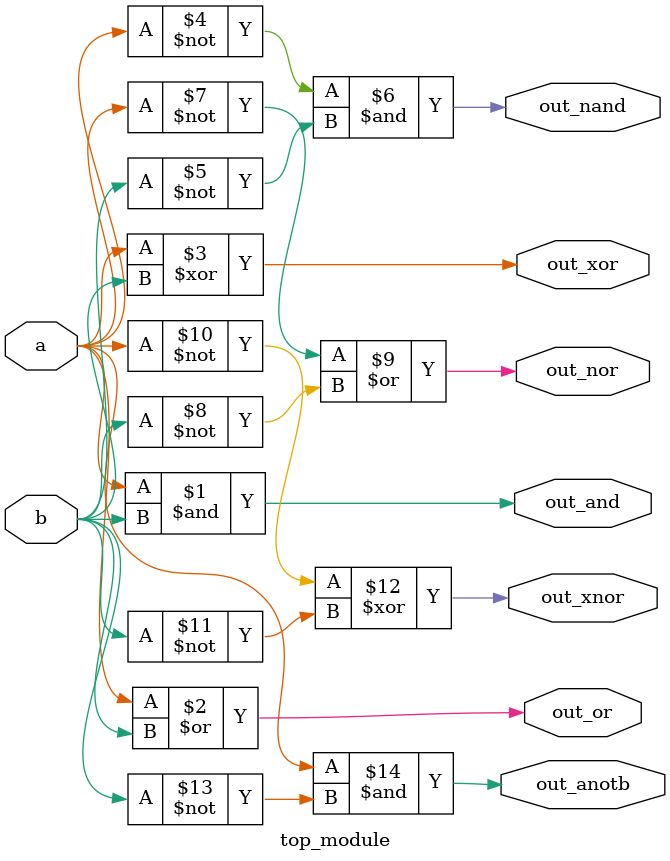
<source format=v>
module top_module(
  input wire a,
  input wire b,
  output wire out_and,
  output wire out_or,
  output wire out_xor,
  output wire out_nand,
  output wire out_nor,
  output wire out_xnor,
  output wire out_anotb
);

  assign out_and = a & b;
  assign out_or = a | b;
  assign out_xor = a ^ b;
  assign out_nand = ~a & ~b;
  assign out_nor = ~a | ~b;
  assign out_xnor = ~a ^ ~b;
  assign out_anotb = a & ~b;

endmodule
</source>
